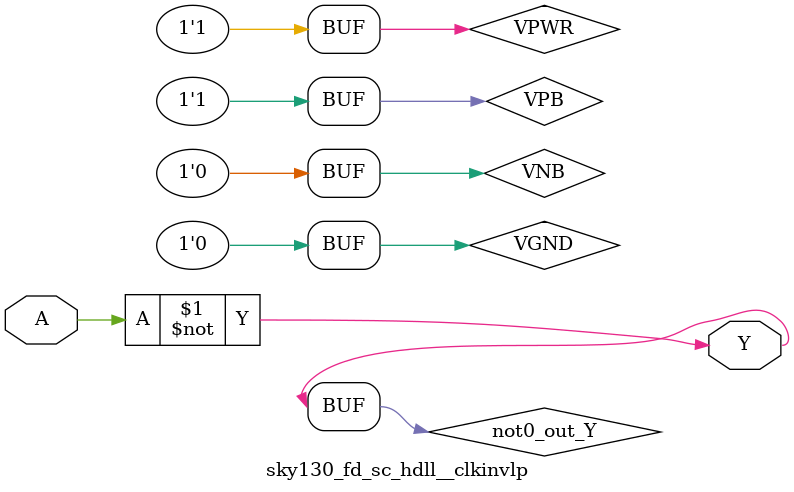
<source format=v>
/*
 * Copyright 2020 The SkyWater PDK Authors
 *
 * Licensed under the Apache License, Version 2.0 (the "License");
 * you may not use this file except in compliance with the License.
 * You may obtain a copy of the License at
 *
 *     https://www.apache.org/licenses/LICENSE-2.0
 *
 * Unless required by applicable law or agreed to in writing, software
 * distributed under the License is distributed on an "AS IS" BASIS,
 * WITHOUT WARRANTIES OR CONDITIONS OF ANY KIND, either express or implied.
 * See the License for the specific language governing permissions and
 * limitations under the License.
 *
 * SPDX-License-Identifier: Apache-2.0
*/


`ifndef SKY130_FD_SC_HDLL__CLKINVLP_TIMING_V
`define SKY130_FD_SC_HDLL__CLKINVLP_TIMING_V

/**
 * clkinvlp: Lower power Clock tree inverter.
 *
 * Verilog simulation timing model.
 */

`timescale 1ns / 1ps
`default_nettype none

`celldefine
module sky130_fd_sc_hdll__clkinvlp (
    Y,
    A
);

    // Module ports
    output Y;
    input  A;

    // Module supplies
    supply1 VPWR;
    supply0 VGND;
    supply1 VPB ;
    supply0 VNB ;

    // Local signals
    wire not0_out_Y;

    //  Name  Output      Other arguments
    not not0 (not0_out_Y, A              );
    buf buf0 (Y         , not0_out_Y     );

endmodule
`endcelldefine

`default_nettype wire
`endif  // SKY130_FD_SC_HDLL__CLKINVLP_TIMING_V

</source>
